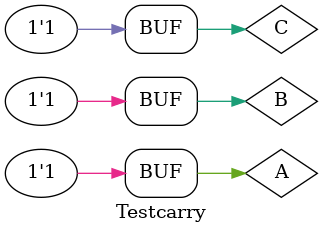
<source format=v>
`timescale 1ns / 1ps


module Testcarry;

	// Inputs
	reg A;
	reg B;
	reg C;

	// Outputs
	wire S;
	wire Cy;

	// Instantiate the Unit Under Test (UUT)
	carry uut (
		.S(S), 
		.Cy(Cy), 
		.A(A), 
		.B(B), 
		.C(C)
	);

	initial begin
		// Initialize Inputs
		A = 0;
		B = 0;
		C = 0;

		// Wait 100 ns for global reset to finish
		#100;
		
		A = 0;
		B = 0;
		C = 1;

		// Wait 100 ns for global reset to finish
		#100;
		
		A = 0;
		B = 1;
		C = 0;

		// Wait 100 ns for global reset to finish
		#100;
		
		A = 0;
		B = 1;
		C = 1;

		// Wait 100 ns for global reset to finish
		#100;
		
		A = 1;
		B = 0;
		C = 0;

		// Wait 100 ns for global reset to finish
		#100;
		
		A = 1;
		B = 0;
		C = 1;

		// Wait 100 ns for global reset to finish
		#100;
		
		A = 1;
		B = 1;
		C = 0;

		// Wait 100 ns for global reset to finish
		#100;
		
		A = 1;
		B = 1;
		C = 1;

		// Wait 100 ns for global reset to finish
		#100;
        
		// Add stimulus here

	end
      
endmodule


</source>
